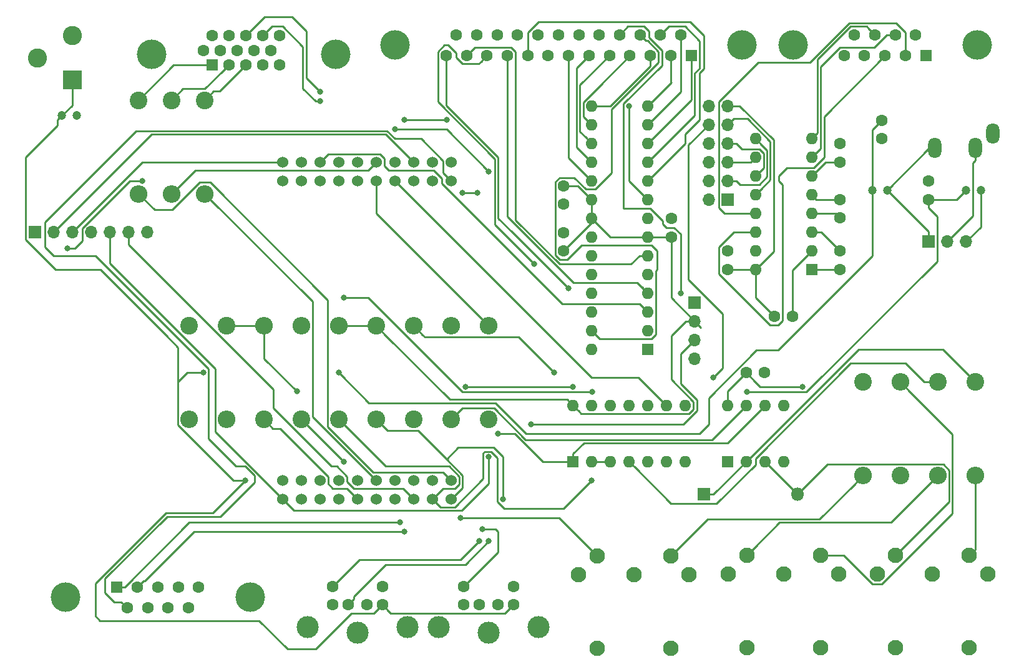
<source format=gbr>
G04 #@! TF.GenerationSoftware,KiCad,Pcbnew,5.0.2-bee76a0~70~ubuntu18.04.1*
G04 #@! TF.CreationDate,2019-01-12T22:14:59+00:00*
G04 #@! TF.ProjectId,monotron,6d6f6e6f-7472-46f6-9e2e-6b696361645f,0.0.1*
G04 #@! TF.SameCoordinates,Original*
G04 #@! TF.FileFunction,Copper,L1,Top*
G04 #@! TF.FilePolarity,Positive*
%FSLAX46Y46*%
G04 Gerber Fmt 4.6, Leading zero omitted, Abs format (unit mm)*
G04 Created by KiCad (PCBNEW 5.0.2-bee76a0~70~ubuntu18.04.1) date Sat 12 Jan 2019 22:14:59 GMT*
%MOMM*%
%LPD*%
G01*
G04 APERTURE LIST*
G04 #@! TA.AperFunction,ComponentPad*
%ADD10C,1.524000*%
G04 #@! TD*
G04 #@! TA.AperFunction,ComponentPad*
%ADD11C,2.400000*%
G04 #@! TD*
G04 #@! TA.AperFunction,ComponentPad*
%ADD12O,2.400000X2.400000*%
G04 #@! TD*
G04 #@! TA.AperFunction,ComponentPad*
%ADD13R,1.600000X1.600000*%
G04 #@! TD*
G04 #@! TA.AperFunction,ComponentPad*
%ADD14C,1.600000*%
G04 #@! TD*
G04 #@! TA.AperFunction,ComponentPad*
%ADD15C,4.000000*%
G04 #@! TD*
G04 #@! TA.AperFunction,ComponentPad*
%ADD16O,1.800000X2.800000*%
G04 #@! TD*
G04 #@! TA.AperFunction,ComponentPad*
%ADD17C,2.100000*%
G04 #@! TD*
G04 #@! TA.AperFunction,ComponentPad*
%ADD18R,1.700000X1.700000*%
G04 #@! TD*
G04 #@! TA.AperFunction,ComponentPad*
%ADD19O,1.700000X1.700000*%
G04 #@! TD*
G04 #@! TA.AperFunction,ComponentPad*
%ADD20C,2.990000*%
G04 #@! TD*
G04 #@! TA.AperFunction,ComponentPad*
%ADD21O,1.600000X1.600000*%
G04 #@! TD*
G04 #@! TA.AperFunction,ComponentPad*
%ADD22R,2.600000X2.600000*%
G04 #@! TD*
G04 #@! TA.AperFunction,ComponentPad*
%ADD23C,2.600000*%
G04 #@! TD*
G04 #@! TA.AperFunction,ComponentPad*
%ADD24R,1.800000X1.800000*%
G04 #@! TD*
G04 #@! TA.AperFunction,ComponentPad*
%ADD25O,1.800000X1.800000*%
G04 #@! TD*
G04 #@! TA.AperFunction,ComponentPad*
%ADD26C,1.200000*%
G04 #@! TD*
G04 #@! TA.AperFunction,ViaPad*
%ADD27C,0.800000*%
G04 #@! TD*
G04 #@! TA.AperFunction,Conductor*
%ADD28C,0.250000*%
G04 #@! TD*
G04 APERTURE END LIST*
D10*
G04 #@! TO.P,U1,2.10*
G04 #@! TO.N,/PA2_SD_CLK*
X132080000Y-60960000D03*
G04 #@! TO.P,U1,2.9*
G04 #@! TO.N,/PA3_SD_CS*
X129540000Y-60960000D03*
G04 #@! TO.P,U1,2.8*
G04 #@! TO.N,/PA4_SD_MISO*
X127000000Y-60960000D03*
G04 #@! TO.P,U1,2.7*
G04 #@! TO.N,/PB6_SPARE*
X124460000Y-60960000D03*
G04 #@! TO.P,U1,2.6*
G04 #@! TO.N,/PB7_VGA_GRN*
X121920000Y-60960000D03*
G04 #@! TO.P,U1,2.5*
G04 #@! TO.N,Net-(U1-Pad2.5)*
X119380000Y-60960000D03*
G04 #@! TO.P,U1,2.4*
G04 #@! TO.N,/BUTTON_1*
X116840000Y-60960000D03*
G04 #@! TO.P,U1,2.3*
G04 #@! TO.N,/PE0_U7RX*
X114300000Y-60960000D03*
G04 #@! TO.P,U1,2.2*
G04 #@! TO.N,/PB2_SPARE*
X111760000Y-60960000D03*
G04 #@! TO.P,U1,2.1*
G04 #@! TO.N,GND*
X109220000Y-60960000D03*
G04 #@! TO.P,U1,4.10*
G04 #@! TO.N,/PF4_JS_FIRE*
X132080000Y-63500000D03*
G04 #@! TO.P,U1,4.9*
G04 #@! TO.N,/PD7_JS_RIGHT*
X129540000Y-63500000D03*
G04 #@! TO.P,U1,4.8*
G04 #@! TO.N,/PD6_JS_LEFT*
X127000000Y-63500000D03*
G04 #@! TO.P,U1,4.7*
G04 #@! TO.N,/PC7_MIDI_OUT*
X124460000Y-63500000D03*
G04 #@! TO.P,U1,4.6*
G04 #@! TO.N,/PC6_MIDI_IN*
X121920000Y-63500000D03*
G04 #@! TO.P,U1,4.5*
G04 #@! TO.N,/PC5_U1CTS*
X119380000Y-63500000D03*
G04 #@! TO.P,U1,4.4*
G04 #@! TO.N,/PC4_U1RTS*
X116840000Y-63500000D03*
G04 #@! TO.P,U1,4.3*
G04 #@! TO.N,/PB3_SPARE*
X114300000Y-63500000D03*
G04 #@! TO.P,U1,4.2*
G04 #@! TO.N,/GREEN_LED*
X111760000Y-63500000D03*
G04 #@! TO.P,U1,4.1*
G04 #@! TO.N,/BLUE_LED*
X109220000Y-63500000D03*
G04 #@! TO.P,U1,3.1*
G04 #@! TO.N,+5V*
X109220000Y-104140000D03*
G04 #@! TO.P,U1,3.4*
G04 #@! TO.N,Net-(U1-Pad3.4)*
X116840000Y-104140000D03*
G04 #@! TO.P,U1,3.6*
G04 #@! TO.N,/PD3_VGA_BLU*
X121920000Y-104140000D03*
G04 #@! TO.P,U1,3.8*
G04 #@! TO.N,/PE2_JS_UP*
X127000000Y-104140000D03*
G04 #@! TO.P,U1,3.9*
G04 #@! TO.N,/PE3_JS_DOWN*
X129540000Y-104140000D03*
G04 #@! TO.P,U1,3.10*
G04 #@! TO.N,/PF1_VGA_RED*
X132080000Y-104140000D03*
G04 #@! TO.P,U1,3.7*
G04 #@! TO.N,/PE1_U7TX*
X124460000Y-104140000D03*
G04 #@! TO.P,U1,3.5*
G04 #@! TO.N,/PD2_SPARE*
X119380000Y-104140000D03*
G04 #@! TO.P,U1,3.2*
G04 #@! TO.N,GND*
X111760000Y-104140000D03*
G04 #@! TO.P,U1,3.3*
G04 #@! TO.N,Net-(U1-Pad3.3)*
X114300000Y-104140000D03*
G04 #@! TO.P,U1,1.10*
G04 #@! TO.N,/PA7_I2C_SDA*
X132080000Y-106680000D03*
G04 #@! TO.P,U1,1.9*
G04 #@! TO.N,/PA6_I2C_SCL*
X129540000Y-106680000D03*
G04 #@! TO.P,U1,1.8*
G04 #@! TO.N,/PA5_SD_MOSI*
X127000000Y-106680000D03*
G04 #@! TO.P,U1,1.7*
G04 #@! TO.N,/PB4_VGA_HSYNC*
X124460000Y-106680000D03*
G04 #@! TO.P,U1,1.6*
G04 #@! TO.N,/PE5_AUDIO_R*
X121920000Y-106680000D03*
G04 #@! TO.P,U1,1.5*
G04 #@! TO.N,/PE4_AUDIO_L*
X119380000Y-106680000D03*
G04 #@! TO.P,U1,1.4*
G04 #@! TO.N,/PB1_U1TX*
X116840000Y-106680000D03*
G04 #@! TO.P,U1,1.3*
G04 #@! TO.N,/PB0_U1RX*
X114300000Y-106680000D03*
G04 #@! TO.P,U1,1.2*
G04 #@! TO.N,/PB5_VGA_VSYNC*
X111760000Y-106680000D03*
G04 #@! TO.P,U1,1.1*
G04 #@! TO.N,+3V3*
X109220000Y-106680000D03*
G04 #@! TD*
D11*
G04 #@! TO.P,R4,1*
G04 #@! TO.N,/PE5_AUDIO_R*
X111760000Y-95885000D03*
D12*
G04 #@! TO.P,R4,2*
G04 #@! TO.N,Net-(C2-Pad1)*
X111760000Y-83185000D03*
G04 #@! TD*
D13*
G04 #@! TO.P,J7,1*
G04 #@! TO.N,Net-(J7-Pad1)*
X99625000Y-47775000D03*
D14*
G04 #@! TO.P,J7,2*
G04 #@! TO.N,Net-(J7-Pad2)*
X101915000Y-47775000D03*
G04 #@! TO.P,J7,3*
G04 #@! TO.N,Net-(J7-Pad3)*
X104205000Y-47775000D03*
G04 #@! TO.P,J7,4*
G04 #@! TO.N,Net-(J7-Pad4)*
X106495000Y-47775000D03*
G04 #@! TO.P,J7,5*
G04 #@! TO.N,GND*
X108785000Y-47775000D03*
G04 #@! TO.P,J7,6*
X98480000Y-45795000D03*
G04 #@! TO.P,J7,7*
X100770000Y-45795000D03*
G04 #@! TO.P,J7,8*
X103060000Y-45795000D03*
G04 #@! TO.P,J7,9*
G04 #@! TO.N,Net-(J7-Pad9)*
X105350000Y-45795000D03*
G04 #@! TO.P,J7,10*
G04 #@! TO.N,Net-(J7-Pad10)*
X107640000Y-45795000D03*
G04 #@! TO.P,J7,11*
G04 #@! TO.N,Net-(J7-Pad11)*
X99625000Y-43815000D03*
G04 #@! TO.P,J7,12*
G04 #@! TO.N,Net-(J7-Pad12)*
X101915000Y-43815000D03*
G04 #@! TO.P,J7,13*
G04 #@! TO.N,/PB4_VGA_HSYNC*
X104205000Y-43815000D03*
G04 #@! TO.P,J7,14*
G04 #@! TO.N,/PB5_VGA_VSYNC*
X106495000Y-43815000D03*
G04 #@! TO.P,J7,15*
G04 #@! TO.N,Net-(J7-Pad15)*
X108785000Y-43815000D03*
D15*
G04 #@! TO.P,J7,0*
G04 #@! TO.N,GND*
X116440000Y-46355000D03*
X91440000Y-46355000D03*
G04 #@! TD*
D16*
G04 #@! TO.P,J4,S*
G04 #@! TO.N,GND*
X205600000Y-57055000D03*
G04 #@! TO.P,J4,T*
G04 #@! TO.N,Net-(J1-Pad2)*
X203200000Y-59055000D03*
G04 #@! TO.P,J4,R*
G04 #@! TO.N,Net-(C1-Pad2)*
X197700000Y-59055000D03*
G04 #@! TD*
D17*
G04 #@! TO.P,J9,6*
G04 #@! TO.N,N/C*
X151845000Y-126920000D03*
G04 #@! TO.P,J9,7*
X161845000Y-126920000D03*
G04 #@! TO.P,J9,4*
G04 #@! TO.N,Net-(J9-Pad4)*
X161845000Y-114420000D03*
G04 #@! TO.P,J9,5*
G04 #@! TO.N,Net-(J9-Pad5)*
X151845000Y-114420000D03*
G04 #@! TO.P,J9,2*
G04 #@! TO.N,GND*
X156845000Y-116920000D03*
G04 #@! TO.P,J9,3*
G04 #@! TO.N,Net-(J9-Pad3)*
X149345000Y-116920000D03*
G04 #@! TO.P,J9,1*
G04 #@! TO.N,Net-(J9-Pad1)*
X164345000Y-116920000D03*
G04 #@! TD*
G04 #@! TO.P,J10,1*
G04 #@! TO.N,Net-(J10-Pad1)*
X184665000Y-116840000D03*
G04 #@! TO.P,J10,3*
G04 #@! TO.N,Net-(J10-Pad3)*
X169665000Y-116840000D03*
G04 #@! TO.P,J10,2*
G04 #@! TO.N,GND*
X177165000Y-116840000D03*
G04 #@! TO.P,J10,5*
G04 #@! TO.N,Net-(J10-Pad5)*
X172165000Y-114340000D03*
G04 #@! TO.P,J10,4*
G04 #@! TO.N,Net-(J10-Pad4)*
X182165000Y-114340000D03*
G04 #@! TO.P,J10,7*
G04 #@! TO.N,N/C*
X182165000Y-126840000D03*
G04 #@! TO.P,J10,6*
X172165000Y-126840000D03*
G04 #@! TD*
G04 #@! TO.P,J11,6*
G04 #@! TO.N,N/C*
X192365000Y-126840000D03*
G04 #@! TO.P,J11,7*
X202365000Y-126840000D03*
G04 #@! TO.P,J11,4*
G04 #@! TO.N,Net-(J11-Pad4)*
X202365000Y-114340000D03*
G04 #@! TO.P,J11,5*
G04 #@! TO.N,Net-(D1-Pad2)*
X192365000Y-114340000D03*
G04 #@! TO.P,J11,2*
G04 #@! TO.N,Net-(J11-Pad2)*
X197365000Y-116840000D03*
G04 #@! TO.P,J11,3*
G04 #@! TO.N,Net-(J11-Pad3)*
X189865000Y-116840000D03*
G04 #@! TO.P,J11,1*
G04 #@! TO.N,Net-(J11-Pad1)*
X204865000Y-116840000D03*
G04 #@! TD*
D18*
G04 #@! TO.P,J1,1*
G04 #@! TO.N,Net-(C1-Pad2)*
X196850000Y-71755000D03*
D19*
G04 #@! TO.P,J1,2*
G04 #@! TO.N,Net-(J1-Pad2)*
X199390000Y-71755000D03*
G04 #@! TO.P,J1,3*
G04 #@! TO.N,Net-(C2-Pad2)*
X201930000Y-71755000D03*
G04 #@! TD*
D13*
G04 #@! TO.P,J12,1*
G04 #@! TO.N,/DCD*
X196475000Y-46505000D03*
D14*
G04 #@! TO.P,J12,2*
G04 #@! TO.N,/RS232_RX*
X193705000Y-46505000D03*
G04 #@! TO.P,J12,3*
G04 #@! TO.N,/RS232_TX*
X190935000Y-46505000D03*
G04 #@! TO.P,J12,4*
G04 #@! TO.N,/DTR*
X188165000Y-46505000D03*
G04 #@! TO.P,J12,5*
G04 #@! TO.N,GND*
X185395000Y-46505000D03*
G04 #@! TO.P,J12,6*
G04 #@! TO.N,/DSR*
X195090000Y-43665000D03*
G04 #@! TO.P,J12,7*
G04 #@! TO.N,/RS232_RTS*
X192320000Y-43665000D03*
G04 #@! TO.P,J12,8*
G04 #@! TO.N,/RS232_CTS*
X189550000Y-43665000D03*
G04 #@! TO.P,J12,9*
G04 #@! TO.N,/RI*
X186780000Y-43665000D03*
D15*
G04 #@! TO.P,J12,0*
G04 #@! TO.N,N/C*
X203435000Y-45085000D03*
X178435000Y-45085000D03*
G04 #@! TD*
D20*
G04 #@! TO.P,J14,9*
G04 #@! TO.N,N/C*
X112620000Y-124030000D03*
G04 #@! TO.P,J14,8*
X119380000Y-124840000D03*
G04 #@! TO.P,J14,7*
X126140000Y-124030000D03*
D14*
G04 #@! TO.P,J14,6*
G04 #@! TO.N,Net-(J14-Pad6)*
X122730000Y-118540000D03*
G04 #@! TO.P,J14,5*
G04 #@! TO.N,/Monotron I/O Expansion/KB_CLK*
X116030000Y-118540000D03*
G04 #@! TO.P,J14,4*
G04 #@! TO.N,+5V*
X122730000Y-121030000D03*
G04 #@! TO.P,J14,3*
G04 #@! TO.N,GND*
X116030000Y-121030000D03*
G04 #@! TO.P,J14,2*
G04 #@! TO.N,Net-(J14-Pad2)*
X120680000Y-121030000D03*
G04 #@! TO.P,J14,1*
G04 #@! TO.N,/Monotron I/O Expansion/KB_DATA*
X118080000Y-121030000D03*
G04 #@! TD*
D20*
G04 #@! TO.P,J15,9*
G04 #@! TO.N,N/C*
X130400000Y-124030000D03*
G04 #@! TO.P,J15,8*
X137160000Y-124840000D03*
G04 #@! TO.P,J15,7*
X143920000Y-124030000D03*
D14*
G04 #@! TO.P,J15,6*
G04 #@! TO.N,Net-(J15-Pad6)*
X140510000Y-118540000D03*
G04 #@! TO.P,J15,5*
G04 #@! TO.N,/Monotron I/O Expansion/MS_CLK*
X133810000Y-118540000D03*
G04 #@! TO.P,J15,4*
G04 #@! TO.N,+5V*
X140510000Y-121030000D03*
G04 #@! TO.P,J15,3*
G04 #@! TO.N,GND*
X133810000Y-121030000D03*
G04 #@! TO.P,J15,2*
G04 #@! TO.N,Net-(J15-Pad2)*
X138460000Y-121030000D03*
G04 #@! TO.P,J15,1*
G04 #@! TO.N,/Monotron I/O Expansion/MS_DATA*
X135860000Y-121030000D03*
G04 #@! TD*
D13*
G04 #@! TO.P,U5,1*
G04 #@! TO.N,/Monotron I/O Expansion/SELPRIN*
X158750000Y-86360000D03*
D21*
G04 #@! TO.P,U5,15*
G04 #@! TO.N,/Monotron I/O Expansion/D1*
X151130000Y-53340000D03*
G04 #@! TO.P,U5,2*
G04 #@! TO.N,/PE1_U7TX*
X158750000Y-83820000D03*
G04 #@! TO.P,U5,16*
G04 #@! TO.N,/Monotron I/O Expansion/D2*
X151130000Y-55880000D03*
G04 #@! TO.P,U5,3*
G04 #@! TO.N,/PE0_U7RX*
X158750000Y-81280000D03*
G04 #@! TO.P,U5,17*
G04 #@! TO.N,/Monotron I/O Expansion/D3*
X151130000Y-58420000D03*
G04 #@! TO.P,U5,4*
G04 #@! TO.N,/Monotron I/O Expansion/ACK*
X158750000Y-78740000D03*
G04 #@! TO.P,U5,18*
G04 #@! TO.N,/Monotron I/O Expansion/D4*
X151130000Y-60960000D03*
G04 #@! TO.P,U5,5*
G04 #@! TO.N,/Monotron I/O Expansion/BUSY*
X158750000Y-76200000D03*
G04 #@! TO.P,U5,19*
G04 #@! TO.N,/Monotron I/O Expansion/D5*
X151130000Y-63500000D03*
G04 #@! TO.P,U5,6*
G04 #@! TO.N,/Monotron I/O Expansion/PE*
X158750000Y-73660000D03*
G04 #@! TO.P,U5,20*
G04 #@! TO.N,+5V*
X151130000Y-66040000D03*
G04 #@! TO.P,U5,7*
X158750000Y-71120000D03*
G04 #@! TO.P,U5,21*
X151130000Y-68580000D03*
G04 #@! TO.P,U5,8*
G04 #@! TO.N,GND*
X158750000Y-68580000D03*
G04 #@! TO.P,U5,22*
X151130000Y-71120000D03*
G04 #@! TO.P,U5,9*
G04 #@! TO.N,/Monotron I/O Expansion/D6*
X158750000Y-66040000D03*
G04 #@! TO.P,U5,23*
G04 #@! TO.N,/Monotron I/O Expansion/KB_CLK*
X151130000Y-73660000D03*
G04 #@! TO.P,U5,10*
G04 #@! TO.N,/Monotron I/O Expansion/D7*
X158750000Y-63500000D03*
G04 #@! TO.P,U5,24*
G04 #@! TO.N,/Monotron I/O Expansion/MS_CLK*
X151130000Y-76200000D03*
G04 #@! TO.P,U5,11*
G04 #@! TO.N,/Monotron I/O Expansion/ERROR*
X158750000Y-60960000D03*
G04 #@! TO.P,U5,25*
G04 #@! TO.N,/Monotron I/O Expansion/KB_DATA*
X151130000Y-78740000D03*
G04 #@! TO.P,U5,12*
G04 #@! TO.N,/Monotron I/O Expansion/STROBE*
X158750000Y-58420000D03*
G04 #@! TO.P,U5,26*
G04 #@! TO.N,/Monotron I/O Expansion/MS_DATA*
X151130000Y-81280000D03*
G04 #@! TO.P,U5,13*
G04 #@! TO.N,/Monotron I/O Expansion/AUTOF*
X158750000Y-55880000D03*
G04 #@! TO.P,U5,27*
G04 #@! TO.N,/Monotron I/O Expansion/INIT*
X151130000Y-83820000D03*
G04 #@! TO.P,U5,14*
G04 #@! TO.N,/Monotron I/O Expansion/D0*
X158750000Y-53340000D03*
G04 #@! TO.P,U5,28*
G04 #@! TO.N,/Monotron I/O Expansion/SEL*
X151130000Y-86360000D03*
G04 #@! TD*
D22*
G04 #@! TO.P,J2,1*
G04 #@! TO.N,+5V*
X80645000Y-49815000D03*
D23*
G04 #@! TO.P,J2,2*
G04 #@! TO.N,GND*
X80645000Y-43815000D03*
G04 #@! TO.P,J2,3*
G04 #@! TO.N,N/C*
X75945000Y-46815000D03*
G04 #@! TD*
D13*
G04 #@! TO.P,J13,1*
G04 #@! TO.N,/Monotron I/O Expansion/STROBE*
X164630000Y-46505000D03*
D14*
G04 #@! TO.P,J13,2*
G04 #@! TO.N,/Monotron I/O Expansion/D0*
X161860000Y-46505000D03*
G04 #@! TO.P,J13,3*
G04 #@! TO.N,/Monotron I/O Expansion/D1*
X159090000Y-46505000D03*
G04 #@! TO.P,J13,4*
G04 #@! TO.N,/Monotron I/O Expansion/D2*
X156320000Y-46505000D03*
G04 #@! TO.P,J13,5*
G04 #@! TO.N,/Monotron I/O Expansion/D3*
X153550000Y-46505000D03*
G04 #@! TO.P,J13,6*
G04 #@! TO.N,/Monotron I/O Expansion/D4*
X150780000Y-46505000D03*
G04 #@! TO.P,J13,7*
G04 #@! TO.N,/Monotron I/O Expansion/D5*
X148010000Y-46505000D03*
G04 #@! TO.P,J13,8*
G04 #@! TO.N,/Monotron I/O Expansion/D6*
X145240000Y-46505000D03*
G04 #@! TO.P,J13,9*
G04 #@! TO.N,/Monotron I/O Expansion/D7*
X142470000Y-46505000D03*
G04 #@! TO.P,J13,10*
G04 #@! TO.N,/Monotron I/O Expansion/ACK*
X139700000Y-46505000D03*
G04 #@! TO.P,J13,11*
G04 #@! TO.N,/Monotron I/O Expansion/BUSY*
X136930000Y-46505000D03*
G04 #@! TO.P,J13,12*
G04 #@! TO.N,/Monotron I/O Expansion/PE*
X134160000Y-46505000D03*
G04 #@! TO.P,J13,13*
G04 #@! TO.N,/Monotron I/O Expansion/SEL*
X131390000Y-46505000D03*
G04 #@! TO.P,J13,14*
G04 #@! TO.N,/Monotron I/O Expansion/AUTOF*
X163245000Y-43665000D03*
G04 #@! TO.P,J13,15*
G04 #@! TO.N,/Monotron I/O Expansion/ERROR*
X160475000Y-43665000D03*
G04 #@! TO.P,J13,16*
G04 #@! TO.N,/Monotron I/O Expansion/INIT*
X157705000Y-43665000D03*
G04 #@! TO.P,J13,17*
G04 #@! TO.N,/Monotron I/O Expansion/SELPRIN*
X154935000Y-43665000D03*
G04 #@! TO.P,J13,18*
G04 #@! TO.N,GND*
X152165000Y-43665000D03*
G04 #@! TO.P,J13,19*
X149395000Y-43665000D03*
G04 #@! TO.P,J13,20*
X146625000Y-43665000D03*
G04 #@! TO.P,J13,21*
X143855000Y-43665000D03*
G04 #@! TO.P,J13,22*
X141085000Y-43665000D03*
G04 #@! TO.P,J13,23*
X138315000Y-43665000D03*
G04 #@! TO.P,J13,24*
X135545000Y-43665000D03*
G04 #@! TO.P,J13,25*
X132775000Y-43665000D03*
D15*
G04 #@! TO.P,J13,0*
G04 #@! TO.N,N/C*
X171560000Y-45085000D03*
X124460000Y-45085000D03*
G04 #@! TD*
G04 #@! TO.P,J5,0*
G04 #@! TO.N,N/C*
X104775000Y-120015000D03*
X79775000Y-120015000D03*
D14*
G04 #@! TO.P,J5,9*
G04 #@! TO.N,Net-(J5-Pad9)*
X96430000Y-121435000D03*
G04 #@! TO.P,J5,8*
G04 #@! TO.N,GND*
X93660000Y-121435000D03*
G04 #@! TO.P,J5,7*
G04 #@! TO.N,Net-(J5-Pad7)*
X90890000Y-121435000D03*
G04 #@! TO.P,J5,6*
G04 #@! TO.N,/PF4_JS_FIRE*
X88120000Y-121435000D03*
G04 #@! TO.P,J5,5*
G04 #@! TO.N,Net-(J5-Pad5)*
X97815000Y-118595000D03*
G04 #@! TO.P,J5,4*
G04 #@! TO.N,/PD7_JS_RIGHT*
X95045000Y-118595000D03*
G04 #@! TO.P,J5,3*
G04 #@! TO.N,/PD6_JS_LEFT*
X92275000Y-118595000D03*
G04 #@! TO.P,J5,2*
G04 #@! TO.N,/PE3_JS_DOWN*
X89505000Y-118595000D03*
D13*
G04 #@! TO.P,J5,1*
G04 #@! TO.N,/PE2_JS_UP*
X86735000Y-118595000D03*
G04 #@! TD*
D18*
G04 #@! TO.P,J6,1*
G04 #@! TO.N,GND*
X165100000Y-80010000D03*
D19*
G04 #@! TO.P,J6,2*
G04 #@! TO.N,+5V*
X165100000Y-82550000D03*
G04 #@! TO.P,J6,3*
G04 #@! TO.N,/PA7_I2C_SDA*
X165100000Y-85090000D03*
G04 #@! TO.P,J6,4*
G04 #@! TO.N,/PA6_I2C_SCL*
X165100000Y-87630000D03*
G04 #@! TD*
D18*
G04 #@! TO.P,J3,1*
G04 #@! TO.N,Net-(J3-Pad1)*
X75565000Y-70485000D03*
D19*
G04 #@! TO.P,J3,2*
G04 #@! TO.N,/PA4_SD_MISO*
X78105000Y-70485000D03*
G04 #@! TO.P,J3,3*
G04 #@! TO.N,GND*
X80645000Y-70485000D03*
G04 #@! TO.P,J3,4*
G04 #@! TO.N,/PA2_SD_CLK*
X83185000Y-70485000D03*
G04 #@! TO.P,J3,5*
G04 #@! TO.N,+3V3*
X85725000Y-70485000D03*
G04 #@! TO.P,J3,6*
G04 #@! TO.N,/PA5_SD_MOSI*
X88265000Y-70485000D03*
G04 #@! TO.P,J3,7*
G04 #@! TO.N,/PA3_SD_CS*
X90805000Y-70485000D03*
G04 #@! TD*
D18*
G04 #@! TO.P,J8,1*
G04 #@! TO.N,GND*
X169545000Y-66040000D03*
D19*
G04 #@! TO.P,J8,2*
X167005000Y-66040000D03*
G04 #@! TO.P,J8,3*
G04 #@! TO.N,/DTE_CTS*
X169545000Y-63500000D03*
G04 #@! TO.P,J8,4*
G04 #@! TO.N,/PC5_U1CTS*
X167005000Y-63500000D03*
G04 #@! TO.P,J8,5*
G04 #@! TO.N,/DTE_RTS*
X169545000Y-60960000D03*
G04 #@! TO.P,J8,6*
G04 #@! TO.N,/PC4_U1RTS*
X167005000Y-60960000D03*
G04 #@! TO.P,J8,7*
G04 #@! TO.N,/DTE_TX*
X169545000Y-58420000D03*
G04 #@! TO.P,J8,8*
G04 #@! TO.N,/PB1_U1TX*
X167005000Y-58420000D03*
G04 #@! TO.P,J8,9*
G04 #@! TO.N,/DTE_RX*
X169545000Y-55880000D03*
G04 #@! TO.P,J8,10*
G04 #@! TO.N,/PB0_U1RX*
X167005000Y-55880000D03*
G04 #@! TO.P,J8,11*
G04 #@! TO.N,Net-(C7-Pad1)*
X169545000Y-53340000D03*
G04 #@! TO.P,J8,12*
G04 #@! TO.N,+3V3*
X167005000Y-53340000D03*
G04 #@! TD*
D24*
G04 #@! TO.P,D1,1*
G04 #@! TO.N,Net-(D1-Pad1)*
X166370000Y-106045000D03*
D25*
G04 #@! TO.P,D1,2*
G04 #@! TO.N,Net-(D1-Pad2)*
X179070000Y-106045000D03*
G04 #@! TD*
D13*
G04 #@! TO.P,U3,1*
G04 #@! TO.N,/PC6_MIDI_IN*
X148590000Y-101600000D03*
D21*
G04 #@! TO.P,U3,8*
G04 #@! TO.N,Net-(U3-Pad5)*
X163830000Y-93980000D03*
G04 #@! TO.P,U3,2*
G04 #@! TO.N,Net-(U3-Pad2)*
X151130000Y-101600000D03*
G04 #@! TO.P,U3,9*
G04 #@! TO.N,/PC7_MIDI_OUT*
X161290000Y-93980000D03*
G04 #@! TO.P,U3,3*
G04 #@! TO.N,Net-(U3-Pad2)*
X153670000Y-101600000D03*
G04 #@! TO.P,U3,10*
G04 #@! TO.N,N/C*
X158750000Y-93980000D03*
G04 #@! TO.P,U3,4*
G04 #@! TO.N,Net-(R12-Pad1)*
X156210000Y-101600000D03*
G04 #@! TO.P,U3,11*
G04 #@! TO.N,N/C*
X156210000Y-93980000D03*
G04 #@! TO.P,U3,5*
G04 #@! TO.N,Net-(U3-Pad5)*
X158750000Y-101600000D03*
G04 #@! TO.P,U3,12*
G04 #@! TO.N,N/C*
X153670000Y-93980000D03*
G04 #@! TO.P,U3,6*
G04 #@! TO.N,Net-(R13-Pad2)*
X161290000Y-101600000D03*
G04 #@! TO.P,U3,13*
G04 #@! TO.N,N/C*
X151130000Y-93980000D03*
G04 #@! TO.P,U3,7*
G04 #@! TO.N,GND*
X163830000Y-101600000D03*
G04 #@! TO.P,U3,14*
G04 #@! TO.N,+5V*
X148590000Y-93980000D03*
G04 #@! TD*
D13*
G04 #@! TO.P,U4,1*
G04 #@! TO.N,Net-(U4-Pad1)*
X169545000Y-101600000D03*
D21*
G04 #@! TO.P,U4,5*
G04 #@! TO.N,GND*
X177165000Y-93980000D03*
G04 #@! TO.P,U4,2*
G04 #@! TO.N,Net-(D1-Pad1)*
X172085000Y-101600000D03*
G04 #@! TO.P,U4,6*
G04 #@! TO.N,/PC6_MIDI_IN*
X174625000Y-93980000D03*
G04 #@! TO.P,U4,3*
G04 #@! TO.N,Net-(D1-Pad2)*
X174625000Y-101600000D03*
G04 #@! TO.P,U4,7*
G04 #@! TO.N,Net-(R15-Pad1)*
X172085000Y-93980000D03*
G04 #@! TO.P,U4,4*
G04 #@! TO.N,Net-(U4-Pad4)*
X177165000Y-101600000D03*
G04 #@! TO.P,U4,8*
G04 #@! TO.N,+5V*
X169545000Y-93980000D03*
G04 #@! TD*
D11*
G04 #@! TO.P,R12,1*
G04 #@! TO.N,Net-(R12-Pad1)*
X198120000Y-90805000D03*
D12*
G04 #@! TO.P,R12,2*
G04 #@! TO.N,Net-(J10-Pad5)*
X198120000Y-103505000D03*
G04 #@! TD*
G04 #@! TO.P,R10,2*
G04 #@! TO.N,Net-(J9-Pad4)*
X187960000Y-103505000D03*
D11*
G04 #@! TO.P,R10,1*
G04 #@! TO.N,+5V*
X187960000Y-90805000D03*
G04 #@! TD*
G04 #@! TO.P,R11,1*
G04 #@! TO.N,+5V*
X193040000Y-103505000D03*
D12*
G04 #@! TO.P,R11,2*
G04 #@! TO.N,Net-(J10-Pad4)*
X193040000Y-90805000D03*
G04 #@! TD*
G04 #@! TO.P,R14,2*
G04 #@! TO.N,Net-(J11-Pad4)*
X203200000Y-103505000D03*
D11*
G04 #@! TO.P,R14,1*
G04 #@! TO.N,Net-(D1-Pad1)*
X203200000Y-90805000D03*
G04 #@! TD*
G04 #@! TO.P,R15,1*
G04 #@! TO.N,Net-(R15-Pad1)*
X132080000Y-95885000D03*
D12*
G04 #@! TO.P,R15,2*
G04 #@! TO.N,GND*
X132080000Y-83185000D03*
G04 #@! TD*
G04 #@! TO.P,R16,2*
G04 #@! TO.N,/PC6_MIDI_IN*
X137160000Y-83185000D03*
D11*
G04 #@! TO.P,R16,1*
G04 #@! TO.N,+3V3*
X137160000Y-95885000D03*
G04 #@! TD*
G04 #@! TO.P,R13,1*
G04 #@! TO.N,Net-(J9-Pad5)*
X127000000Y-95885000D03*
D12*
G04 #@! TO.P,R13,2*
G04 #@! TO.N,Net-(R13-Pad2)*
X127000000Y-83185000D03*
G04 #@! TD*
D14*
G04 #@! TO.P,C14,1*
G04 #@! TO.N,+5V*
X147320000Y-73025000D03*
G04 #@! TO.P,C14,2*
G04 #@! TO.N,GND*
X147320000Y-70525000D03*
G04 #@! TD*
G04 #@! TO.P,C13,2*
G04 #@! TO.N,GND*
X161925000Y-68620000D03*
G04 #@! TO.P,C13,1*
G04 #@! TO.N,+5V*
X161925000Y-71120000D03*
G04 #@! TD*
G04 #@! TO.P,C12,1*
G04 #@! TO.N,+5V*
X147320000Y-64175000D03*
G04 #@! TO.P,C12,2*
G04 #@! TO.N,GND*
X147320000Y-66675000D03*
G04 #@! TD*
G04 #@! TO.P,C11,2*
G04 #@! TO.N,GND*
X174585000Y-89535000D03*
G04 #@! TO.P,C11,1*
G04 #@! TO.N,+5V*
X172085000Y-89535000D03*
G04 #@! TD*
G04 #@! TO.P,C10,1*
G04 #@! TO.N,GND*
X184785000Y-58460000D03*
G04 #@! TO.P,C10,2*
G04 #@! TO.N,Net-(C10-Pad2)*
X184785000Y-60960000D03*
G04 #@! TD*
G04 #@! TO.P,C9,2*
G04 #@! TO.N,Net-(C9-Pad2)*
X178395000Y-81915000D03*
G04 #@! TO.P,C9,1*
G04 #@! TO.N,Net-(C7-Pad1)*
X175895000Y-81915000D03*
G04 #@! TD*
G04 #@! TO.P,C8,1*
G04 #@! TO.N,Net-(C8-Pad1)*
X184785000Y-68540000D03*
G04 #@! TO.P,C8,2*
G04 #@! TO.N,Net-(C8-Pad2)*
X184785000Y-66040000D03*
G04 #@! TD*
G04 #@! TO.P,C7,2*
G04 #@! TO.N,GND*
X169545000Y-73025000D03*
G04 #@! TO.P,C7,1*
G04 #@! TO.N,Net-(C7-Pad1)*
X169545000Y-75525000D03*
G04 #@! TD*
G04 #@! TO.P,C6,1*
G04 #@! TO.N,Net-(C6-Pad1)*
X184785000Y-75525000D03*
G04 #@! TO.P,C6,2*
G04 #@! TO.N,Net-(C6-Pad2)*
X184785000Y-73025000D03*
G04 #@! TD*
G04 #@! TO.P,C5,2*
G04 #@! TO.N,GND*
X196850000Y-63540000D03*
G04 #@! TO.P,C5,1*
G04 #@! TO.N,Net-(C2-Pad1)*
X196850000Y-66040000D03*
G04 #@! TD*
G04 #@! TO.P,C4,1*
G04 #@! TO.N,Net-(C1-Pad1)*
X190500000Y-55285000D03*
G04 #@! TO.P,C4,2*
G04 #@! TO.N,GND*
X190500000Y-57785000D03*
G04 #@! TD*
D26*
G04 #@! TO.P,C2,1*
G04 #@! TO.N,Net-(C2-Pad1)*
X201930000Y-64770000D03*
G04 #@! TO.P,C2,2*
G04 #@! TO.N,Net-(C2-Pad2)*
X203930000Y-64770000D03*
G04 #@! TD*
G04 #@! TO.P,C3,2*
G04 #@! TO.N,GND*
X81280000Y-54610000D03*
G04 #@! TO.P,C3,1*
G04 #@! TO.N,+5V*
X79280000Y-54610000D03*
G04 #@! TD*
G04 #@! TO.P,C1,1*
G04 #@! TO.N,Net-(C1-Pad1)*
X189230000Y-64770000D03*
G04 #@! TO.P,C1,2*
G04 #@! TO.N,Net-(C1-Pad2)*
X191230000Y-64770000D03*
G04 #@! TD*
D13*
G04 #@! TO.P,U2,1*
G04 #@! TO.N,Net-(C6-Pad1)*
X180975000Y-75565000D03*
D21*
G04 #@! TO.P,U2,9*
G04 #@! TO.N,/DTE_CTS*
X173355000Y-57785000D03*
G04 #@! TO.P,U2,2*
G04 #@! TO.N,Net-(C9-Pad2)*
X180975000Y-73025000D03*
G04 #@! TO.P,U2,10*
G04 #@! TO.N,/DTE_RTS*
X173355000Y-60325000D03*
G04 #@! TO.P,U2,3*
G04 #@! TO.N,Net-(C6-Pad2)*
X180975000Y-70485000D03*
G04 #@! TO.P,U2,11*
G04 #@! TO.N,/DTE_TX*
X173355000Y-62865000D03*
G04 #@! TO.P,U2,4*
G04 #@! TO.N,Net-(C8-Pad1)*
X180975000Y-67945000D03*
G04 #@! TO.P,U2,12*
G04 #@! TO.N,/DTE_RX*
X173355000Y-65405000D03*
G04 #@! TO.P,U2,5*
G04 #@! TO.N,Net-(C8-Pad2)*
X180975000Y-65405000D03*
G04 #@! TO.P,U2,13*
G04 #@! TO.N,/RS232_RX*
X173355000Y-67945000D03*
G04 #@! TO.P,U2,6*
G04 #@! TO.N,Net-(C10-Pad2)*
X180975000Y-62865000D03*
G04 #@! TO.P,U2,14*
G04 #@! TO.N,/RS232_TX*
X173355000Y-70485000D03*
G04 #@! TO.P,U2,7*
G04 #@! TO.N,/RS232_RTS*
X180975000Y-60325000D03*
G04 #@! TO.P,U2,15*
G04 #@! TO.N,GND*
X173355000Y-73025000D03*
G04 #@! TO.P,U2,8*
G04 #@! TO.N,/RS232_CTS*
X180975000Y-57785000D03*
G04 #@! TO.P,U2,16*
G04 #@! TO.N,Net-(C7-Pad1)*
X173355000Y-75565000D03*
G04 #@! TD*
D11*
G04 #@! TO.P,R3,1*
G04 #@! TO.N,/PE4_AUDIO_L*
X106680000Y-95885000D03*
D12*
G04 #@! TO.P,R3,2*
G04 #@! TO.N,Net-(C1-Pad1)*
X106680000Y-83185000D03*
G04 #@! TD*
G04 #@! TO.P,R9,2*
G04 #@! TO.N,/PD3_VGA_BLU*
X98644546Y-65244234D03*
D11*
G04 #@! TO.P,R9,1*
G04 #@! TO.N,Net-(J7-Pad3)*
X98644546Y-52544234D03*
G04 #@! TD*
G04 #@! TO.P,R8,1*
G04 #@! TO.N,Net-(J7-Pad2)*
X94144546Y-52544234D03*
D12*
G04 #@! TO.P,R8,2*
G04 #@! TO.N,/PB7_VGA_GRN*
X94144546Y-65244234D03*
G04 #@! TD*
G04 #@! TO.P,R7,2*
G04 #@! TO.N,/PF1_VGA_RED*
X89644546Y-65244234D03*
D11*
G04 #@! TO.P,R7,1*
G04 #@! TO.N,Net-(J7-Pad1)*
X89644546Y-52544234D03*
G04 #@! TD*
G04 #@! TO.P,R6,1*
G04 #@! TO.N,+5V*
X121920000Y-83185000D03*
D12*
G04 #@! TO.P,R6,2*
G04 #@! TO.N,/PA7_I2C_SDA*
X121920000Y-95885000D03*
G04 #@! TD*
G04 #@! TO.P,R5,2*
G04 #@! TO.N,+5V*
X116840000Y-83185000D03*
D11*
G04 #@! TO.P,R5,1*
G04 #@! TO.N,/PA6_I2C_SCL*
X116840000Y-95885000D03*
G04 #@! TD*
D12*
G04 #@! TO.P,R1,2*
G04 #@! TO.N,GND*
X101600000Y-95885000D03*
D11*
G04 #@! TO.P,R1,1*
G04 #@! TO.N,Net-(C1-Pad1)*
X101600000Y-83185000D03*
G04 #@! TD*
G04 #@! TO.P,R2,1*
G04 #@! TO.N,Net-(C2-Pad1)*
X96520000Y-83185000D03*
D12*
G04 #@! TO.P,R2,2*
G04 #@! TO.N,GND*
X96520000Y-95885000D03*
G04 #@! TD*
D27*
G04 #@! TO.N,/PB5_VGA_VSYNC*
X114300000Y-52705000D03*
G04 #@! TO.N,+5V*
X98425000Y-89535000D03*
X179705000Y-91440000D03*
G04 #@! TO.N,Net-(C2-Pad1)*
X172234997Y-92165001D03*
X151220001Y-92165001D03*
X117475000Y-79375000D03*
G04 #@! TO.N,Net-(C1-Pad1)*
X116840000Y-89535000D03*
X111125000Y-92075000D03*
G04 #@! TO.N,+5V*
X104140000Y-104140000D03*
G04 #@! TO.N,/PA6_I2C_SCL*
X151130000Y-104140000D03*
G04 #@! TO.N,/PA7_I2C_SDA*
X142875000Y-96520000D03*
X139065000Y-106680000D03*
G04 #@! TO.N,/Monotron I/O Expansion/SELPRIN*
X163195000Y-78740000D03*
G04 #@! TO.N,/Monotron I/O Expansion/BUSY*
X143365001Y-74785001D03*
G04 #@! TO.N,/Monotron I/O Expansion/D6*
X156210000Y-53340000D03*
G04 #@! TO.N,/Monotron I/O Expansion/KB_CLK*
X135890000Y-112395000D03*
G04 #@! TO.N,/Monotron I/O Expansion/MS_CLK*
X136271000Y-110744000D03*
G04 #@! TO.N,/Monotron I/O Expansion/SEL*
X147955000Y-78105000D03*
G04 #@! TO.N,/Monotron I/O Expansion/KB_DATA*
X137160000Y-112395000D03*
G04 #@! TO.N,/PC5_U1CTS*
X124460000Y-56515000D03*
X137161410Y-62230000D03*
G04 #@! TO.N,/PC4_U1RTS*
X125730000Y-55245000D03*
X131445000Y-55245000D03*
G04 #@! TO.N,/PB4_VGA_HSYNC*
X114300000Y-51435000D03*
X135622990Y-65137990D03*
X133617010Y-65137990D03*
G04 #@! TO.N,/PB0_U1RX*
X167640000Y-90170000D03*
X148590000Y-91440000D03*
X133985000Y-91440000D03*
G04 #@! TO.N,+3V3*
X137160000Y-100965000D03*
G04 #@! TO.N,Net-(J9-Pad5)*
X133350000Y-109220000D03*
G04 #@! TO.N,Net-(R13-Pad2)*
X146050000Y-89535000D03*
G04 #@! TO.N,/PE5_AUDIO_R*
X117475000Y-101600000D03*
G04 #@! TO.N,/PC6_MIDI_IN*
X138430000Y-97790000D03*
G04 #@! TO.N,/PD6_JS_LEFT*
X80010000Y-72644000D03*
X90170000Y-63500000D03*
G04 #@! TO.N,/PE2_JS_UP*
X125095000Y-109855000D03*
G04 #@! TO.N,/PE3_JS_DOWN*
X125730000Y-111125000D03*
G04 #@! TD*
D28*
G04 #@! TO.N,+5V*
X179705000Y-91440000D02*
X179430009Y-91440000D01*
G04 #@! TO.N,Net-(C2-Pad1)*
X200660000Y-66040000D02*
X201930000Y-64770000D01*
X196850000Y-66040000D02*
X200660000Y-66040000D01*
X198025001Y-68346371D02*
X198025001Y-74389999D01*
X196850000Y-66040000D02*
X196850000Y-67171370D01*
X196850000Y-67171370D02*
X198025001Y-68346371D01*
X198025001Y-74389999D02*
X180249999Y-92165001D01*
X180249999Y-92165001D02*
X172234997Y-92165001D01*
X172234997Y-92165001D02*
X172234997Y-92165001D01*
X133636999Y-92165001D02*
X120846998Y-79375000D01*
X151220001Y-92165001D02*
X133636999Y-92165001D01*
X120846998Y-79375000D02*
X117475000Y-79375000D01*
X117475000Y-79375000D02*
X117475000Y-79375000D01*
G04 #@! TO.N,GND*
X90170000Y-60960000D02*
X109220000Y-60960000D01*
X80645000Y-70485000D02*
X90170000Y-60960000D01*
G04 #@! TO.N,Net-(C1-Pad1)*
X189230000Y-56555000D02*
X190500000Y-55285000D01*
X189230000Y-64770000D02*
X189230000Y-56555000D01*
X101600000Y-83185000D02*
X106680000Y-83185000D01*
X189230000Y-70485000D02*
X189230000Y-71120000D01*
X189230000Y-64770000D02*
X189230000Y-70485000D01*
X138430000Y-93980000D02*
X138430000Y-93980000D01*
X116840000Y-89535000D02*
X116840000Y-89535000D01*
X106680000Y-87630000D02*
X111125000Y-92075000D01*
X106680000Y-83185000D02*
X106680000Y-87630000D01*
X117239999Y-89934999D02*
X116840000Y-89535000D01*
X120935011Y-93630011D02*
X117239999Y-89934999D01*
X138080011Y-93630011D02*
X120935011Y-93630011D01*
X142240000Y-97790000D02*
X138080011Y-93630011D01*
X165736410Y-97790000D02*
X142240000Y-97790000D01*
X189230000Y-70485000D02*
X189230000Y-73660000D01*
X176421411Y-86468589D02*
X173486409Y-86468589D01*
X173486409Y-86468589D02*
X167005000Y-92949998D01*
X167005000Y-92949998D02*
X167005000Y-96521410D01*
X189230000Y-73660000D02*
X176421411Y-86468589D01*
X167005000Y-96521410D02*
X165736410Y-97790000D01*
G04 #@! TO.N,+5V*
X169545000Y-92075000D02*
X169545000Y-93980000D01*
X172085000Y-89535000D02*
X169545000Y-92075000D01*
X80645000Y-53245000D02*
X79280000Y-54610000D01*
X80645000Y-49815000D02*
X80645000Y-53245000D01*
X149265000Y-64175000D02*
X151130000Y-66040000D01*
X147320000Y-64175000D02*
X149265000Y-64175000D01*
X151130000Y-68580000D02*
X151130000Y-66040000D01*
X151130000Y-69215000D02*
X151130000Y-68580000D01*
X147320000Y-73025000D02*
X151130000Y-69215000D01*
X153670000Y-71120000D02*
X158750000Y-71120000D01*
X151130000Y-68580000D02*
X153670000Y-71120000D01*
X158750000Y-71120000D02*
X161925000Y-71120000D01*
X161925000Y-79375000D02*
X165100000Y-82550000D01*
X161925000Y-71120000D02*
X161925000Y-79375000D01*
X165100000Y-82550000D02*
X165949999Y-83399999D01*
X172085000Y-89535000D02*
X173210001Y-90660001D01*
X173210001Y-90660001D02*
X173990000Y-91440000D01*
X173990000Y-91440000D02*
X179430009Y-91440000D01*
X179430009Y-91440000D02*
X178979999Y-91440000D01*
X116840000Y-83185000D02*
X121920000Y-83185000D01*
X94994999Y-96617001D02*
X102517998Y-104140000D01*
X102517998Y-104140000D02*
X104140000Y-104140000D01*
X104140000Y-104140000D02*
X104140000Y-104140000D01*
X123119999Y-84384999D02*
X121920000Y-83185000D01*
X131915001Y-93180001D02*
X123119999Y-84384999D01*
X147790001Y-93180001D02*
X131915001Y-93180001D01*
X148590000Y-93980000D02*
X147790001Y-93180001D01*
X123529999Y-121829999D02*
X122730000Y-121030000D01*
X123855001Y-122155001D02*
X123529999Y-121829999D01*
X139384999Y-122155001D02*
X123855001Y-122155001D01*
X140510000Y-121030000D02*
X139384999Y-122155001D01*
X121930001Y-121829999D02*
X122730000Y-121030000D01*
X121604999Y-122155001D02*
X121930001Y-121829999D01*
X118509999Y-122155001D02*
X121604999Y-122155001D01*
X113665000Y-127000000D02*
X118509999Y-122155001D01*
X106011399Y-123156399D02*
X109855000Y-127000000D01*
X104140000Y-104140000D02*
X99695000Y-108585000D01*
X109855000Y-127000000D02*
X113665000Y-127000000D01*
X84421399Y-123156399D02*
X106011399Y-123156399D01*
X99695000Y-108585000D02*
X93345000Y-108585000D01*
X93345000Y-108585000D02*
X83820000Y-118110000D01*
X83820000Y-118110000D02*
X83820000Y-122555000D01*
X83820000Y-122555000D02*
X84421399Y-123156399D01*
X78680001Y-55209999D02*
X78680001Y-55939999D01*
X78680001Y-55939999D02*
X74295000Y-60325000D01*
X74295000Y-60325000D02*
X74295000Y-71500002D01*
X79280000Y-54610000D02*
X78680001Y-55209999D01*
X74295000Y-71500002D02*
X78359998Y-75565000D01*
X78359998Y-75565000D02*
X84455000Y-75565000D01*
X163897919Y-82550000D02*
X161925000Y-84522919D01*
X165100000Y-82550000D02*
X163897919Y-82550000D01*
X149389999Y-94779999D02*
X148590000Y-93980000D01*
X149715001Y-95105001D02*
X149389999Y-94779999D01*
X164955001Y-94520001D02*
X164370001Y-95105001D01*
X164370001Y-95105001D02*
X149715001Y-95105001D01*
X164955001Y-93439999D02*
X164955001Y-94520001D01*
X161925000Y-90409998D02*
X164955001Y-93439999D01*
X161925000Y-84522919D02*
X161925000Y-90409998D01*
X94994999Y-90805000D02*
X94994999Y-96617001D01*
X94994999Y-86104999D02*
X93345000Y-84455000D01*
X84455000Y-75565000D02*
X93345000Y-84455000D01*
X94994999Y-89955999D02*
X94994999Y-90805000D01*
X94994999Y-90805000D02*
X94994999Y-86104999D01*
X96264999Y-89535000D02*
X94994999Y-90805000D01*
X98425000Y-89535000D02*
X96264999Y-89535000D01*
G04 #@! TO.N,/PA6_I2C_SCL*
X133167001Y-103618239D02*
X131783762Y-102235000D01*
X133167001Y-104661761D02*
X133167001Y-103618239D01*
X132601761Y-105227001D02*
X133167001Y-104661761D01*
X129540000Y-106680000D02*
X130992999Y-105227001D01*
X130992999Y-105227001D02*
X132601761Y-105227001D01*
X123190000Y-102235000D02*
X116840000Y-95885000D01*
X131783762Y-102235000D02*
X123190000Y-102235000D01*
X138339999Y-107028001D02*
X139261998Y-107950000D01*
X138339999Y-101071997D02*
X138339999Y-107028001D01*
X137508001Y-100239999D02*
X138339999Y-101071997D01*
X130627001Y-107767001D02*
X132601761Y-107767001D01*
X129540000Y-106680000D02*
X130627001Y-107767001D01*
X132601761Y-107767001D02*
X136434999Y-103933763D01*
X136434999Y-103933763D02*
X136434999Y-100420001D01*
X136434999Y-100420001D02*
X136615001Y-100239999D01*
X136615001Y-100239999D02*
X137508001Y-100239999D01*
X147320000Y-107950000D02*
X151130000Y-104140000D01*
X139261998Y-107950000D02*
X147320000Y-107950000D01*
G04 #@! TO.N,/PA7_I2C_SDA*
X132841999Y-105918001D02*
X132080000Y-106680000D01*
X133617011Y-105142989D02*
X132841999Y-105918001D01*
X133617011Y-103431839D02*
X133617011Y-105142989D01*
X123445001Y-97410001D02*
X127595173Y-97410001D01*
X121920000Y-95885000D02*
X123445001Y-97410001D01*
X142875000Y-96520000D02*
X142875000Y-96520000D01*
X139065000Y-100965000D02*
X137795000Y-99695000D01*
X133009828Y-99695000D02*
X131445000Y-101259828D01*
X139065000Y-106680000D02*
X139065000Y-100965000D01*
X127595173Y-97410001D02*
X131445000Y-101259828D01*
X137795000Y-99695000D02*
X133009828Y-99695000D01*
X131445000Y-101259828D02*
X133617011Y-103431839D01*
X163591412Y-96520000D02*
X143440685Y-96520000D01*
X165405011Y-93253599D02*
X165405010Y-94706402D01*
X163195000Y-91043588D02*
X165405011Y-93253599D01*
X165405010Y-94706402D02*
X163591412Y-96520000D01*
X163195000Y-86995000D02*
X163195000Y-91043588D01*
X143440685Y-96520000D02*
X142875000Y-96520000D01*
X165100000Y-85090000D02*
X163195000Y-86995000D01*
G04 #@! TO.N,/PF1_VGA_RED*
X97912545Y-63719233D02*
X94212232Y-67419546D01*
X91819858Y-67419546D02*
X89644546Y-65244234D01*
X121469409Y-103052999D02*
X115314999Y-96898589D01*
X130992999Y-103052999D02*
X121469409Y-103052999D01*
X132080000Y-104140000D02*
X130992999Y-103052999D01*
X99376547Y-63719233D02*
X97912545Y-63719233D01*
X94212232Y-67419546D02*
X91819858Y-67419546D01*
X115314999Y-96898589D02*
X115314999Y-79657685D01*
X115314999Y-79657685D02*
X99376547Y-63719233D01*
G04 #@! TO.N,/PB7_VGA_GRN*
X121158001Y-61721999D02*
X121920000Y-60960000D01*
X120832999Y-62047001D02*
X121158001Y-61721999D01*
X97341779Y-62047001D02*
X120832999Y-62047001D01*
X94144546Y-65244234D02*
X97341779Y-62047001D01*
G04 #@! TO.N,/PD3_VGA_BLU*
X121158001Y-103378001D02*
X121920000Y-104140000D01*
X113285001Y-95505001D02*
X121158001Y-103378001D01*
X113285001Y-79884689D02*
X113285001Y-95505001D01*
X98644546Y-65244234D02*
X113285001Y-79884689D01*
G04 #@! TO.N,/Monotron I/O Expansion/SELPRIN*
X160799999Y-69359999D02*
X161290000Y-69850000D01*
X159055001Y-67219999D02*
X160799999Y-68964997D01*
X155484999Y-67219999D02*
X159055001Y-67219999D01*
X155484999Y-52991999D02*
X155484999Y-67219999D01*
X160665011Y-47811987D02*
X155484999Y-52991999D01*
X156060001Y-42539999D02*
X158245001Y-42539999D01*
X154935000Y-43665000D02*
X156060001Y-42539999D01*
X158245001Y-42539999D02*
X158901401Y-43196399D01*
X160799999Y-68964997D02*
X160799999Y-69359999D01*
X158901401Y-43196399D02*
X158901402Y-44014990D01*
X160665011Y-45778599D02*
X160665011Y-47811987D01*
X158901402Y-44014990D02*
X160665011Y-45778599D01*
X162320002Y-69850000D02*
X163195000Y-70724998D01*
X161290000Y-69850000D02*
X162320002Y-69850000D01*
X163195000Y-70724998D02*
X163195000Y-78740000D01*
X163195000Y-78740000D02*
X163195000Y-78740000D01*
G04 #@! TO.N,/Monotron I/O Expansion/D1*
X151130000Y-53340000D02*
X153670000Y-53340000D01*
X159090000Y-47920000D02*
X159090000Y-46505000D01*
X153670000Y-53340000D02*
X159090000Y-47920000D01*
G04 #@! TO.N,/Monotron I/O Expansion/D2*
X150004999Y-52820001D02*
X152025000Y-50800000D01*
X151130000Y-55880000D02*
X150004999Y-54754999D01*
X150004999Y-54754999D02*
X150004999Y-52820001D01*
X152025000Y-50800000D02*
X156320000Y-46505000D01*
G04 #@! TO.N,/PE0_U7RX*
X115061999Y-60198001D02*
X114300000Y-60960000D01*
X123007001Y-61481761D02*
X123007001Y-60438239D01*
X123007001Y-60438239D02*
X122441761Y-59872999D01*
X123572241Y-62047001D02*
X123007001Y-61481761D01*
X122441761Y-59872999D02*
X115387001Y-59872999D01*
X129695763Y-62047001D02*
X123572241Y-62047001D01*
X130810000Y-63161238D02*
X129695763Y-62047001D01*
X130810000Y-63838762D02*
X130810000Y-63161238D01*
X147126237Y-80154999D02*
X130810000Y-63838762D01*
X115387001Y-59872999D02*
X115061999Y-60198001D01*
X157624999Y-80154999D02*
X147126237Y-80154999D01*
X158750000Y-81280000D02*
X157624999Y-80154999D01*
G04 #@! TO.N,/Monotron I/O Expansion/D3*
X150330001Y-57620001D02*
X151130000Y-58420000D01*
X149554990Y-56844990D02*
X150330001Y-57620001D01*
X149554990Y-50500010D02*
X149554990Y-56844990D01*
X153550000Y-46505000D02*
X149554990Y-50500010D01*
G04 #@! TO.N,/Monotron I/O Expansion/ACK*
X157950001Y-77940001D02*
X158750000Y-78740000D01*
X157624999Y-77614999D02*
X157950001Y-77940001D01*
X148682179Y-77325001D02*
X139700000Y-68342822D01*
X158750000Y-78740000D02*
X157335001Y-77325001D01*
X157335001Y-77325001D02*
X148682179Y-77325001D01*
X139700000Y-68342822D02*
X139700000Y-67310000D01*
X139700000Y-67310000D02*
X139700000Y-66675000D01*
X139700000Y-46505000D02*
X139700000Y-66675000D01*
X139700000Y-66675000D02*
X139700000Y-67070002D01*
G04 #@! TO.N,/Monotron I/O Expansion/D4*
X149980001Y-47304999D02*
X150780000Y-46505000D01*
X149104981Y-48180019D02*
X149980001Y-47304999D01*
X149104981Y-58934981D02*
X149104981Y-48180019D01*
X151130000Y-60960000D02*
X149104981Y-58934981D01*
G04 #@! TO.N,/Monotron I/O Expansion/BUSY*
X130264999Y-45964999D02*
X131144998Y-45085000D01*
X130264999Y-52796409D02*
X130264999Y-45964999D01*
X137979990Y-60511400D02*
X130264999Y-52796409D01*
X143365001Y-74785001D02*
X137979990Y-69399990D01*
X137979990Y-69399990D02*
X137979990Y-60511400D01*
X131635002Y-45085000D02*
X132715000Y-46164998D01*
X131144998Y-45085000D02*
X131635002Y-45085000D01*
X135804999Y-47630001D02*
X136130001Y-47304999D01*
X136130001Y-47304999D02*
X136930000Y-46505000D01*
X133619999Y-47630001D02*
X135804999Y-47630001D01*
X132715000Y-46725002D02*
X133619999Y-47630001D01*
X132715000Y-46164998D02*
X132715000Y-46725002D01*
G04 #@! TO.N,/Monotron I/O Expansion/D5*
X148010000Y-60380000D02*
X151130000Y-63500000D01*
X148010000Y-46505000D02*
X148010000Y-60380000D01*
G04 #@! TO.N,/Monotron I/O Expansion/PE*
X135285001Y-45379999D02*
X134959999Y-45705001D01*
X140240001Y-45379999D02*
X135285001Y-45379999D01*
X134959999Y-45705001D02*
X134160000Y-46505000D01*
X140825001Y-45964999D02*
X140240001Y-45379999D01*
X140825001Y-68831413D02*
X140825001Y-45964999D01*
X146778589Y-74785001D02*
X140825001Y-68831413D01*
X156493629Y-74785001D02*
X146778589Y-74785001D01*
X157618630Y-73660000D02*
X156493629Y-74785001D01*
X158750000Y-73660000D02*
X157618630Y-73660000D01*
G04 #@! TO.N,/Monotron I/O Expansion/D6*
X158750000Y-66040000D02*
X156210000Y-63500000D01*
X156210000Y-63500000D02*
X156210000Y-53340000D01*
X156210000Y-53340000D02*
X156210000Y-53340000D01*
G04 #@! TO.N,/Monotron I/O Expansion/KB_CLK*
X133350000Y-114935000D02*
X119635000Y-114935000D01*
X133350000Y-114935000D02*
X135890000Y-112395000D01*
X119635000Y-114935000D02*
X116030000Y-118540000D01*
G04 #@! TO.N,/Monotron I/O Expansion/D7*
X163830000Y-57150000D02*
X165735000Y-55245000D01*
X165735000Y-48896410D02*
X166370000Y-48261410D01*
X163830000Y-58420000D02*
X163830000Y-57150000D01*
X166370000Y-48261410D02*
X166370000Y-43815000D01*
X165735000Y-55245000D02*
X165735000Y-48896410D01*
X158750000Y-63500000D02*
X159549999Y-62700001D01*
X159549999Y-62700001D02*
X163830000Y-58420000D01*
X166370000Y-43815000D02*
X164465000Y-41910000D01*
X164465000Y-41910000D02*
X144145000Y-41910000D01*
X143944998Y-41910000D02*
X144145000Y-41910000D01*
X142470000Y-43384998D02*
X143944998Y-41910000D01*
X142470000Y-46505000D02*
X142470000Y-43384998D01*
G04 #@! TO.N,/Monotron I/O Expansion/MS_CLK*
X138430000Y-113920000D02*
X133810000Y-118540000D01*
X138430000Y-111125000D02*
X138430000Y-113920000D01*
X138049000Y-110744000D02*
X138430000Y-111125000D01*
X136271000Y-110744000D02*
X138049000Y-110744000D01*
G04 #@! TO.N,/Monotron I/O Expansion/SEL*
X131390000Y-46505000D02*
X131390000Y-53285000D01*
X131390000Y-53285000D02*
X138430000Y-60325000D01*
X138430000Y-60325000D02*
X138430000Y-68580000D01*
X138430000Y-68580000D02*
X140335000Y-70485000D01*
X140335000Y-70485000D02*
X145415000Y-75565000D01*
X145415000Y-75565000D02*
X147955000Y-78105000D01*
X147955000Y-78105000D02*
X147955000Y-78105000D01*
G04 #@! TO.N,/Monotron I/O Expansion/KB_DATA*
X118879999Y-120230001D02*
X118879999Y-119880001D01*
X118080000Y-121030000D02*
X118879999Y-120230001D01*
X118879999Y-119880001D02*
X123190000Y-115570000D01*
X132080000Y-115570000D02*
X133985000Y-115570000D01*
X133985000Y-115570000D02*
X137160000Y-112395000D01*
X132080000Y-115570000D02*
X132505002Y-115570000D01*
X123190000Y-115570000D02*
X132080000Y-115570000D01*
G04 #@! TO.N,/Monotron I/O Expansion/STROBE*
X164630000Y-52540000D02*
X164630000Y-46505000D01*
X158750000Y-58420000D02*
X164630000Y-52540000D01*
G04 #@! TO.N,/Monotron I/O Expansion/AUTOF*
X163245000Y-51385000D02*
X163245000Y-43665000D01*
X158750000Y-55880000D02*
X163245000Y-51385000D01*
G04 #@! TO.N,/Monotron I/O Expansion/ERROR*
X165100000Y-54610000D02*
X158750000Y-60960000D01*
X161600001Y-42539999D02*
X163785001Y-42539999D01*
X160475000Y-43665000D02*
X161600001Y-42539999D01*
X165755001Y-48239999D02*
X165100000Y-48895000D01*
X163785001Y-42539999D02*
X165755001Y-44509999D01*
X165755001Y-44509999D02*
X165755001Y-48239999D01*
X165100000Y-48895000D02*
X165100000Y-54610000D01*
G04 #@! TO.N,/Monotron I/O Expansion/D0*
X158750000Y-53340000D02*
X161925000Y-50165000D01*
X161860000Y-50100000D02*
X161860000Y-46505000D01*
X161925000Y-50165000D02*
X161860000Y-50100000D01*
G04 #@! TO.N,/Monotron I/O Expansion/INIT*
X152255001Y-84945001D02*
X151130000Y-83820000D01*
X159875001Y-84360001D02*
X159290001Y-84945001D01*
X160020000Y-75515000D02*
X159875001Y-75659999D01*
X160020000Y-72975000D02*
X160020000Y-75515000D01*
X159290001Y-72245001D02*
X160020000Y-72975000D01*
X159290001Y-84945001D02*
X152255001Y-84945001D01*
X160215001Y-47431409D02*
X153856401Y-53790009D01*
X148776409Y-63049999D02*
X146779999Y-63049999D01*
X160215001Y-45964999D02*
X160215001Y-47431409D01*
X153856401Y-53790009D02*
X153856401Y-62438601D01*
X158504999Y-44464999D02*
X158715001Y-44464999D01*
X153856401Y-62438601D02*
X151670001Y-64625001D01*
X151670001Y-64625001D02*
X150351411Y-64625001D01*
X157705000Y-43665000D02*
X158504999Y-44464999D01*
X150351411Y-64625001D02*
X148776409Y-63049999D01*
X146194999Y-73565001D02*
X146779999Y-74150001D01*
X159875001Y-75659999D02*
X159875001Y-84360001D01*
X146779999Y-63049999D02*
X146194999Y-63634999D01*
X146194999Y-63634999D02*
X146194999Y-73565001D01*
X146779999Y-74150001D02*
X147860001Y-74150001D01*
X158715001Y-44464999D02*
X160215001Y-45964999D01*
X147860001Y-74150001D02*
X149765001Y-72245001D01*
X149765001Y-72245001D02*
X159290001Y-72245001D01*
G04 #@! TO.N,Net-(C6-Pad1)*
X184745000Y-75565000D02*
X184785000Y-75525000D01*
X180975000Y-75565000D02*
X184745000Y-75565000D01*
G04 #@! TO.N,/DTE_CTS*
X174154999Y-58584999D02*
X173355000Y-57785000D01*
X174930011Y-59360011D02*
X174154999Y-58584999D01*
X174930011Y-62954991D02*
X174930011Y-59360011D01*
X173895001Y-63990001D02*
X174930011Y-62954991D01*
X171237082Y-63990001D02*
X173895001Y-63990001D01*
X170747081Y-63500000D02*
X171237082Y-63990001D01*
X169545000Y-63500000D02*
X170747081Y-63500000D01*
G04 #@! TO.N,Net-(C8-Pad2)*
X181610000Y-66040000D02*
X180975000Y-65405000D01*
X184785000Y-66040000D02*
X181610000Y-66040000D01*
G04 #@! TO.N,/DTE_RTS*
X172720000Y-60960000D02*
X173355000Y-60325000D01*
X169545000Y-60960000D02*
X172720000Y-60960000D01*
G04 #@! TO.N,Net-(C6-Pad2)*
X182245000Y-70485000D02*
X180975000Y-70485000D01*
X184785000Y-73025000D02*
X182245000Y-70485000D01*
G04 #@! TO.N,/DTE_TX*
X174154999Y-62065001D02*
X173355000Y-62865000D01*
X174480001Y-61739999D02*
X174154999Y-62065001D01*
X174480001Y-59784999D02*
X174480001Y-61739999D01*
X171527080Y-59199999D02*
X173895001Y-59199999D01*
X170747081Y-58420000D02*
X171527080Y-59199999D01*
X173895001Y-59199999D02*
X174480001Y-59784999D01*
X169545000Y-58420000D02*
X170747081Y-58420000D01*
G04 #@! TO.N,Net-(C7-Pad1)*
X174154999Y-74765001D02*
X173355000Y-75565000D01*
X175830031Y-73089969D02*
X174154999Y-74765001D01*
X175830031Y-57958619D02*
X175830031Y-73089969D01*
X171211412Y-53340000D02*
X175830031Y-57958619D01*
X169545000Y-53340000D02*
X171211412Y-53340000D01*
X169585000Y-75565000D02*
X169545000Y-75525000D01*
X173355000Y-75565000D02*
X169585000Y-75565000D01*
X173355000Y-79375000D02*
X175895000Y-81915000D01*
X173355000Y-75565000D02*
X173355000Y-79375000D01*
G04 #@! TO.N,/DTE_RX*
X175380021Y-63379979D02*
X174154999Y-64605001D01*
X175380021Y-58145019D02*
X175380021Y-63379979D01*
X174154999Y-64605001D02*
X173355000Y-65405000D01*
X170394999Y-55030001D02*
X172265003Y-55030001D01*
X172265003Y-55030001D02*
X175380021Y-58145019D01*
X169545000Y-55880000D02*
X170394999Y-55030001D01*
G04 #@! TO.N,/RS232_RX*
X193705000Y-45373630D02*
X193705000Y-46505000D01*
X193705000Y-43384998D02*
X193705000Y-45373630D01*
X192409991Y-42089989D02*
X193705000Y-43384998D01*
X186053599Y-42089989D02*
X192409991Y-42089989D01*
X180733587Y-47410001D02*
X186053599Y-42089989D01*
X173735997Y-47410001D02*
X180733587Y-47410001D01*
X168369999Y-52775999D02*
X173735997Y-47410001D01*
X168369999Y-67150001D02*
X168369999Y-52775999D01*
X169164998Y-67945000D02*
X168369999Y-67150001D01*
X173355000Y-67945000D02*
X169164998Y-67945000D01*
G04 #@! TO.N,Net-(C9-Pad2)*
X178395000Y-75605000D02*
X180975000Y-73025000D01*
X178395000Y-81915000D02*
X178395000Y-75605000D01*
G04 #@! TO.N,/RS232_TX*
X181225003Y-61739999D02*
X177655001Y-61739999D01*
X190935000Y-46505000D02*
X182675018Y-54764982D01*
X182675018Y-60289984D02*
X181225003Y-61739999D01*
X182675018Y-54764982D02*
X182675018Y-60289984D01*
X177655001Y-61739999D02*
X176530000Y-62865000D01*
X168419999Y-72484999D02*
X170419998Y-70485000D01*
X168419999Y-76105001D02*
X168419999Y-72484999D01*
X175354999Y-83040001D02*
X168419999Y-76105001D01*
X172223630Y-70485000D02*
X173355000Y-70485000D01*
X176435001Y-83040001D02*
X175354999Y-83040001D01*
X170419998Y-70485000D02*
X172223630Y-70485000D01*
X177020001Y-82455001D02*
X176435001Y-83040001D01*
X177020001Y-63990001D02*
X177020001Y-82455001D01*
X176530000Y-63500000D02*
X177020001Y-63990001D01*
X176530000Y-62865000D02*
X176530000Y-63500000D01*
G04 #@! TO.N,/RS232_RTS*
X181774999Y-59525001D02*
X180975000Y-60325000D01*
X182225009Y-59074991D02*
X181774999Y-59525001D01*
X182225009Y-48009989D02*
X182225009Y-59074991D01*
X184854999Y-45379999D02*
X182225009Y-48009989D01*
X189473631Y-45379999D02*
X184854999Y-45379999D01*
X191188630Y-43665000D02*
X189473631Y-45379999D01*
X192320000Y-43665000D02*
X191188630Y-43665000D01*
G04 #@! TO.N,/RS232_CTS*
X188750001Y-42865001D02*
X189550000Y-43665000D01*
X188424999Y-42539999D02*
X188750001Y-42865001D01*
X186239999Y-42539999D02*
X188424999Y-42539999D01*
X181774999Y-47004999D02*
X186239999Y-42539999D01*
X181774999Y-56985001D02*
X181774999Y-47004999D01*
X180975000Y-57785000D02*
X181774999Y-56985001D01*
G04 #@! TO.N,/PA4_SD_MISO*
X87630000Y-60960000D02*
X88265000Y-60325000D01*
X78105000Y-70485000D02*
X87630000Y-60960000D01*
X123190000Y-57150000D02*
X127000000Y-60960000D01*
X87630000Y-60960000D02*
X91440000Y-57150000D01*
X91440000Y-57150000D02*
X123190000Y-57150000D01*
G04 #@! TO.N,/PC5_U1CTS*
X131446410Y-56515000D02*
X137161410Y-62230000D01*
X124460000Y-56515000D02*
X131446410Y-56515000D01*
G04 #@! TO.N,/PC4_U1RTS*
X125730000Y-55245000D02*
X131445000Y-55245000D01*
G04 #@! TO.N,/PA5_SD_MOSI*
X118858239Y-105227001D02*
X125547001Y-105227001D01*
X125547001Y-105227001D02*
X127000000Y-106680000D01*
X117927001Y-104295763D02*
X118858239Y-105227001D01*
X117927001Y-103618239D02*
X117927001Y-104295763D01*
X88265000Y-70485000D02*
X88265000Y-72107002D01*
X88265000Y-72107002D02*
X107950000Y-91792002D01*
X116543762Y-102235000D02*
X117927001Y-103618239D01*
X107950000Y-94332002D02*
X115852998Y-102235000D01*
X107950000Y-91792002D02*
X107950000Y-94332002D01*
X115852998Y-102235000D02*
X116543762Y-102235000D01*
G04 #@! TO.N,/PB4_VGA_HSYNC*
X104205000Y-43815000D02*
X106745000Y-41275000D01*
X106745000Y-41275000D02*
X107910002Y-41275000D01*
X107910002Y-41275000D02*
X109220000Y-41275000D01*
X109220000Y-41275000D02*
X110490000Y-41275000D01*
X112395000Y-49530000D02*
X112395000Y-43180000D01*
X114300000Y-51435000D02*
X112395000Y-49530000D01*
X112395000Y-43180000D02*
X110490000Y-41275000D01*
X133617010Y-65137990D02*
X135622990Y-65137990D01*
G04 #@! TO.N,/PB0_U1RX*
X164280010Y-76905008D02*
X168910000Y-81534998D01*
X167005000Y-55880000D02*
X164280010Y-58604990D01*
X164280010Y-58604990D02*
X164280010Y-76905008D01*
X168910000Y-81534998D02*
X168910000Y-81915000D01*
X168910000Y-81915000D02*
X168910000Y-88900000D01*
X168910000Y-88900000D02*
X167640000Y-90170000D01*
X167640000Y-90170000D02*
X167640000Y-90170000D01*
X133985000Y-91440000D02*
X148590000Y-91440000D01*
G04 #@! TO.N,/PB5_VGA_VSYNC*
X113665000Y-52705000D02*
X114300000Y-52705000D01*
X111944990Y-50984990D02*
X113665000Y-52705000D01*
X109180707Y-42545705D02*
X111944990Y-45309988D01*
X111944990Y-45309988D02*
X111944990Y-50984990D01*
X106495000Y-43815000D02*
X107764295Y-42545705D01*
X107764295Y-42545705D02*
X109180707Y-42545705D01*
G04 #@! TO.N,+3V3*
X85725000Y-71687081D02*
X85725000Y-70485000D01*
X85725000Y-74647002D02*
X85725000Y-71687081D01*
X100074999Y-88997001D02*
X85725000Y-74647002D01*
X100074999Y-97534999D02*
X100074999Y-88997001D01*
X109220000Y-106680000D02*
X100074999Y-97534999D01*
X137160000Y-100965000D02*
X137160000Y-100965000D01*
X109981999Y-107441999D02*
X109220000Y-106680000D01*
X110757010Y-108217010D02*
X109981999Y-107441999D01*
X133534991Y-108217010D02*
X110757010Y-108217010D01*
X137160000Y-104592001D02*
X133534991Y-108217010D01*
X137160000Y-100965000D02*
X137160000Y-104592001D01*
G04 #@! TO.N,Net-(C1-Pad2)*
X196945000Y-59055000D02*
X197700000Y-59055000D01*
X191230000Y-64770000D02*
X196945000Y-59055000D01*
X196850000Y-70390000D02*
X191230000Y-64770000D01*
X196850000Y-71755000D02*
X196850000Y-70390000D01*
G04 #@! TO.N,Net-(J1-Pad2)*
X203200000Y-60705000D02*
X203200000Y-59055000D01*
X202855001Y-61049999D02*
X203200000Y-60705000D01*
X202855001Y-68289999D02*
X202855001Y-61049999D01*
X199390000Y-71755000D02*
X202855001Y-68289999D01*
G04 #@! TO.N,Net-(C2-Pad2)*
X203930000Y-69755000D02*
X201930000Y-71755000D01*
X203930000Y-64770000D02*
X203930000Y-69755000D01*
G04 #@! TO.N,/PE4_AUDIO_L*
X107879999Y-97084999D02*
X106680000Y-95885000D01*
X108853761Y-97084999D02*
X107879999Y-97084999D01*
X115387001Y-103618239D02*
X108853761Y-97084999D01*
X115387001Y-104592001D02*
X115387001Y-103618239D01*
X116022001Y-105227001D02*
X115387001Y-104592001D01*
X117927001Y-105227001D02*
X116022001Y-105227001D01*
X119380000Y-106680000D02*
X117927001Y-105227001D01*
G04 #@! TO.N,Net-(J9-Pad5)*
X133350000Y-109220000D02*
X146645000Y-109220000D01*
X146645000Y-109220000D02*
X146685000Y-109260000D01*
X146685000Y-109260000D02*
X151845000Y-114420000D01*
G04 #@! TO.N,Net-(R13-Pad2)*
X128199999Y-84384999D02*
X127000000Y-83185000D01*
X128525001Y-84710001D02*
X128199999Y-84384999D01*
X141225001Y-84710001D02*
X128525001Y-84710001D01*
X146050000Y-89535000D02*
X141225001Y-84710001D01*
G04 #@! TO.N,/PE5_AUDIO_R*
X117475000Y-101600000D02*
X111760000Y-95885000D01*
G04 #@! TO.N,/PC6_MIDI_IN*
X148590000Y-100550000D02*
X148590000Y-101600000D01*
X174625000Y-93980000D02*
X172085000Y-96520000D01*
X148590000Y-100550000D02*
X150080000Y-99060000D01*
X169545000Y-99060000D02*
X174625000Y-93980000D01*
X150080000Y-99060000D02*
X169545000Y-99060000D01*
X121920000Y-67945000D02*
X137160000Y-83185000D01*
X121920000Y-63500000D02*
X121920000Y-67945000D01*
X144495592Y-101600000D02*
X140685592Y-97790000D01*
X148590000Y-101600000D02*
X144495592Y-101600000D01*
X140685592Y-97790000D02*
X139065000Y-97790000D01*
X139065000Y-97790000D02*
X138430000Y-97790000D01*
G04 #@! TO.N,Net-(R15-Pad1)*
X133605001Y-94359999D02*
X132080000Y-95885000D01*
X137892001Y-94359999D02*
X137160000Y-94359999D01*
X167455010Y-98609990D02*
X142141992Y-98609990D01*
X172085000Y-93980000D02*
X167455010Y-98609990D01*
X142141992Y-98609990D02*
X137892001Y-94359999D01*
X137160000Y-94359999D02*
X133605001Y-94359999D01*
G04 #@! TO.N,Net-(J11-Pad4)*
X203200000Y-113505000D02*
X202365000Y-114340000D01*
X203200000Y-103505000D02*
X203200000Y-113505000D01*
G04 #@! TO.N,Net-(D1-Pad1)*
X167640000Y-106045000D02*
X166370000Y-106045000D01*
X172085000Y-101600000D02*
X167640000Y-106045000D01*
X198755000Y-86360000D02*
X203200000Y-90805000D01*
X172085000Y-101600000D02*
X187325000Y-86360000D01*
X187325000Y-86360000D02*
X198755000Y-86360000D01*
G04 #@! TO.N,Net-(J10-Pad4)*
X200095011Y-97860011D02*
X194239999Y-92004999D01*
X200095011Y-108644991D02*
X200095011Y-97860011D01*
X190525001Y-118215001D02*
X200095011Y-108644991D01*
X194239999Y-92004999D02*
X193040000Y-90805000D01*
X189204999Y-118215001D02*
X190525001Y-118215001D01*
X185329998Y-114340000D02*
X189204999Y-118215001D01*
X182165000Y-114340000D02*
X185329998Y-114340000D01*
G04 #@! TO.N,Net-(J7-Pad1)*
X94413780Y-47775000D02*
X99625000Y-47775000D01*
X89644546Y-52544234D02*
X94413780Y-47775000D01*
G04 #@! TO.N,Net-(J7-Pad2)*
X101115001Y-48574999D02*
X101915000Y-47775000D01*
X98670767Y-51019233D02*
X101115001Y-48574999D01*
X95669547Y-51019233D02*
X98670767Y-51019233D01*
X94144546Y-52544234D02*
X95669547Y-51019233D01*
G04 #@! TO.N,Net-(J7-Pad3)*
X99844545Y-51344235D02*
X100635765Y-51344235D01*
X103405001Y-48574999D02*
X104205000Y-47775000D01*
X100635765Y-51344235D02*
X103405001Y-48574999D01*
X98644546Y-52544234D02*
X99844545Y-51344235D01*
G04 #@! TO.N,Net-(J9-Pad4)*
X186760001Y-104704999D02*
X187960000Y-103505000D01*
X182060010Y-109404990D02*
X186760001Y-104704999D01*
X166860010Y-109404990D02*
X182060010Y-109404990D01*
X161845000Y-114420000D02*
X166860010Y-109404990D01*
G04 #@! TO.N,Net-(R12-Pad1)*
X198120000Y-90805000D02*
X196215000Y-90805000D01*
X196215000Y-90805000D02*
X193675000Y-88265000D01*
X157009999Y-102399999D02*
X156210000Y-101600000D01*
X161880001Y-107270001D02*
X157009999Y-102399999D01*
X168080001Y-107270001D02*
X161880001Y-107270001D01*
X173355000Y-101995002D02*
X168080001Y-107270001D01*
X173355000Y-101204998D02*
X173355000Y-101995002D01*
X186294998Y-88265000D02*
X173355000Y-101204998D01*
X193675000Y-88265000D02*
X186294998Y-88265000D01*
G04 #@! TO.N,Net-(J10-Pad5)*
X173214999Y-113290001D02*
X172165000Y-114340000D01*
X176650000Y-109855000D02*
X173214999Y-113290001D01*
X191770000Y-109855000D02*
X176650000Y-109855000D01*
X198120000Y-103505000D02*
X191770000Y-109855000D01*
G04 #@! TO.N,Net-(D1-Pad2)*
X174625000Y-101600000D02*
X179070000Y-106045000D01*
X199645001Y-102772999D02*
X199645001Y-107059999D01*
X183135001Y-101979999D02*
X198852001Y-101979999D01*
X193414999Y-113290001D02*
X192365000Y-114340000D01*
X199645001Y-107059999D02*
X193414999Y-113290001D01*
X198852001Y-101979999D02*
X199645001Y-102772999D01*
X179070000Y-106045000D02*
X183135001Y-101979999D01*
G04 #@! TO.N,Net-(C8-Pad1)*
X184190000Y-67945000D02*
X184785000Y-68540000D01*
X180975000Y-67945000D02*
X184190000Y-67945000D01*
G04 #@! TO.N,Net-(C10-Pad2)*
X182880000Y-60960000D02*
X184785000Y-60960000D01*
X180975000Y-62865000D02*
X182880000Y-60960000D01*
G04 #@! TO.N,Net-(U3-Pad2)*
X151130000Y-101600000D02*
X153670000Y-101600000D01*
G04 #@! TO.N,/PC7_MIDI_OUT*
X125221999Y-64261999D02*
X124460000Y-63500000D01*
X157480000Y-90170000D02*
X151130000Y-90170000D01*
X151130000Y-90170000D02*
X125221999Y-64261999D01*
X161290000Y-93980000D02*
X157480000Y-90170000D01*
G04 #@! TO.N,/PF4_JS_FIRE*
X86345001Y-120635001D02*
X87320001Y-120635001D01*
X85090000Y-119380000D02*
X86345001Y-120635001D01*
X93531400Y-109035010D02*
X85090000Y-117476410D01*
X105410000Y-104405020D02*
X100780010Y-109035010D01*
X123376400Y-56699990D02*
X89350010Y-56699990D01*
X85090000Y-117476410D02*
X85090000Y-119380000D01*
X124461410Y-57785000D02*
X123376400Y-56699990D01*
X127973762Y-57785000D02*
X124461410Y-57785000D01*
X105410000Y-103506410D02*
X105410000Y-104405020D01*
X130992999Y-60804237D02*
X127973762Y-57785000D01*
X130992999Y-62412999D02*
X130992999Y-60804237D01*
X104138590Y-102235000D02*
X105410000Y-103506410D01*
X132080000Y-63500000D02*
X130992999Y-62412999D01*
X76929999Y-69120001D02*
X76929999Y-72484999D01*
X100780010Y-109035010D02*
X93531400Y-109035010D01*
X76929999Y-72484999D02*
X78105000Y-73660000D01*
X78105000Y-73660000D02*
X83820000Y-73660000D01*
X89350010Y-56699990D02*
X76929999Y-69120001D01*
X83820000Y-73660000D02*
X99150001Y-88990001D01*
X87320001Y-120635001D02*
X88120000Y-121435000D01*
X99150001Y-88990001D02*
X99150001Y-98515001D01*
X99150001Y-98515001D02*
X102870000Y-102235000D01*
X102870000Y-102235000D02*
X104138590Y-102235000D01*
G04 #@! TO.N,/PD6_JS_LEFT*
X82009999Y-69920996D02*
X88430995Y-63500000D01*
X82009999Y-71660001D02*
X82009999Y-69920996D01*
X88430995Y-63500000D02*
X90170000Y-63500000D01*
X82009999Y-71660001D02*
X81026000Y-72644000D01*
X81026000Y-72644000D02*
X80010000Y-72644000D01*
G04 #@! TO.N,/PE2_JS_UP*
X87785000Y-118595000D02*
X96525000Y-109855000D01*
X86735000Y-118595000D02*
X87785000Y-118595000D01*
X96525000Y-109855000D02*
X125095000Y-109855000D01*
X125095000Y-109855000D02*
X125095000Y-109855000D01*
G04 #@! TO.N,/PE3_JS_DOWN*
X90304999Y-117795001D02*
X90484999Y-117795001D01*
X89505000Y-118595000D02*
X90304999Y-117795001D01*
X90484999Y-117795001D02*
X97155000Y-111125000D01*
X97155000Y-111125000D02*
X125730000Y-111125000D01*
X125730000Y-111125000D02*
X125730000Y-111125000D01*
G04 #@! TD*
M02*

</source>
